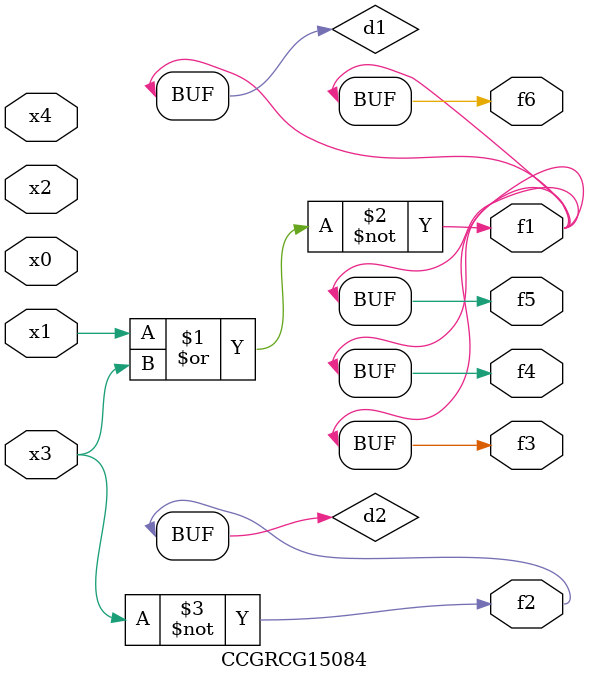
<source format=v>
module CCGRCG15084(
	input x0, x1, x2, x3, x4,
	output f1, f2, f3, f4, f5, f6
);

	wire d1, d2;

	nor (d1, x1, x3);
	not (d2, x3);
	assign f1 = d1;
	assign f2 = d2;
	assign f3 = d1;
	assign f4 = d1;
	assign f5 = d1;
	assign f6 = d1;
endmodule

</source>
